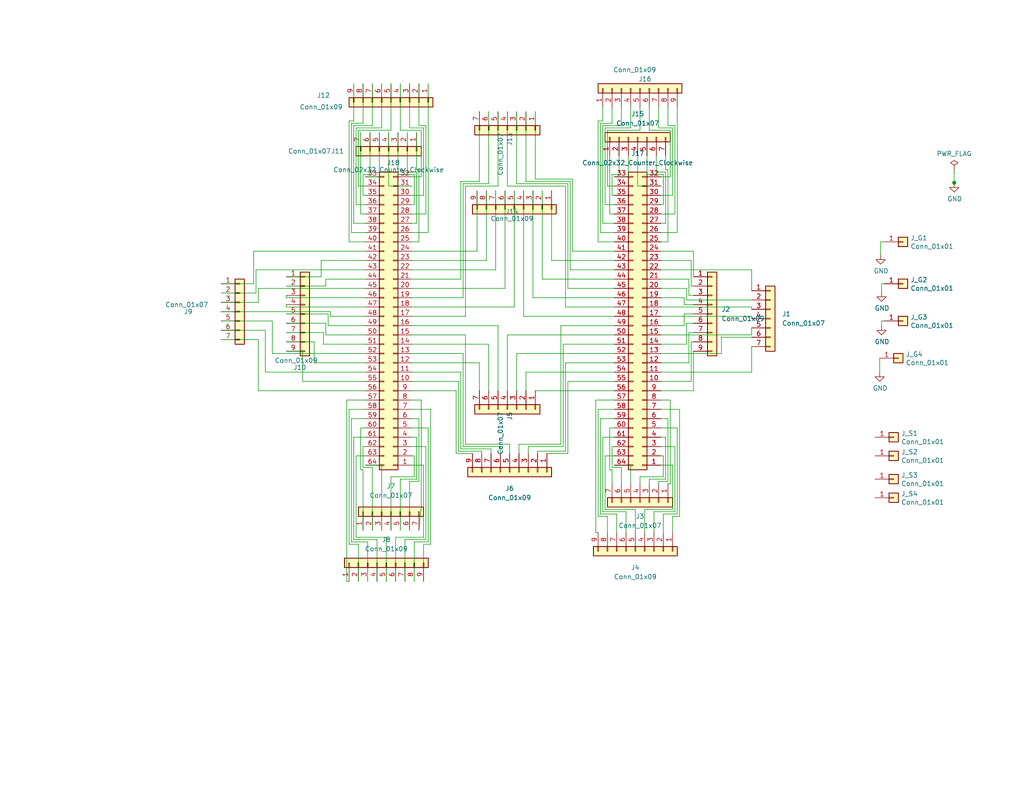
<source format=kicad_sch>
(kicad_sch (version 20230121) (generator eeschema)
  (paper "USLetter")
  (title_block (title "MEAboard_v1"))
  (lib_symbols
    (symbol "Connector_Generic:Conn_01x01" (pin_names (offset 1.016) hide)
      (property "Reference" "J" (at 0 2.54 0))
      (property "Value" "Conn_01x01" (at 0 -2.54 0))
      (symbol "Conn_01x01_1_1"
        (rectangle (start -1.27 0.127) (end 0 -0.127) (stroke (width 0.1524)))
        (rectangle (start -1.27 1.27) (end 1.27 -1.27) (stroke (width 0.254)) (fill (type background)))
        (pin passive line (at -5.08 0 0) (length 3.81) (name "Pin_1") (number "1"))
      )
    )
    (symbol "Connector_Generic:Conn_01x07" (pin_names (offset 1.016) hide)
      (property "Reference" "J" (at 0 10.16 0))
      (property "Value" "Conn_01x07" (at 0 -10.16 0))
      (symbol "Conn_01x07_1_1"
        (rectangle (start -1.27 -7.493) (end 0 -7.747) (stroke (width 0.1524)))
        (rectangle (start -1.27 -4.953) (end 0 -5.207) (stroke (width 0.1524)))
        (rectangle (start -1.27 -2.413) (end 0 -2.667) (stroke (width 0.1524)))
        (rectangle (start -1.27 0.127) (end 0 -0.127) (stroke (width 0.1524)))
        (rectangle (start -1.27 2.667) (end 0 2.413) (stroke (width 0.1524)))
        (rectangle (start -1.27 5.207) (end 0 4.953) (stroke (width 0.1524)))
        (rectangle (start -1.27 7.747) (end 0 7.493) (stroke (width 0.1524)))
        (rectangle (start -1.27 8.89) (end 1.27 -8.89) (stroke (width 0.254)) (fill (type background)))
        (pin passive line (at -5.08 7.62 0) (length 3.81) (name "Pin_1") (number "1"))
        (pin passive line (at -5.08 5.08 0) (length 3.81) (name "Pin_2") (number "2"))
        (pin passive line (at -5.08 2.54 0) (length 3.81) (name "Pin_3") (number "3"))
        (pin passive line (at -5.08 0 0) (length 3.81) (name "Pin_4") (number "4"))
        (pin passive line (at -5.08 -2.54 0) (length 3.81) (name "Pin_5") (number "5"))
        (pin passive line (at -5.08 -5.08 0) (length 3.81) (name "Pin_6") (number "6"))
        (pin passive line (at -5.08 -7.62 0) (length 3.81) (name "Pin_7") (number "7"))
      )
    )
    (symbol "Connector_Generic:Conn_01x09" (pin_names (offset 1.016) hide)
      (property "Reference" "J" (at 0 12.7 0))
      (property "Value" "Conn_01x09" (at 0 -12.7 0))
      (symbol "Conn_01x09_1_1"
        (rectangle (start -1.27 -10.033) (end 0 -10.287) (stroke (width 0.1524)))
        (rectangle (start -1.27 -7.493) (end 0 -7.747) (stroke (width 0.1524)))
        (rectangle (start -1.27 -4.953) (end 0 -5.207) (stroke (width 0.1524)))
        (rectangle (start -1.27 -2.413) (end 0 -2.667) (stroke (width 0.1524)))
        (rectangle (start -1.27 0.127) (end 0 -0.127) (stroke (width 0.1524)))
        (rectangle (start -1.27 2.667) (end 0 2.413) (stroke (width 0.1524)))
        (rectangle (start -1.27 5.207) (end 0 4.953) (stroke (width 0.1524)))
        (rectangle (start -1.27 7.747) (end 0 7.493) (stroke (width 0.1524)))
        (rectangle (start -1.27 10.287) (end 0 10.033) (stroke (width 0.1524)))
        (rectangle (start -1.27 11.43) (end 1.27 -11.43) (stroke (width 0.254)) (fill (type background)))
        (pin passive line (at -5.08 10.16 0) (length 3.81) (name "Pin_1") (number "1"))
        (pin passive line (at -5.08 7.62 0) (length 3.81) (name "Pin_2") (number "2"))
        (pin passive line (at -5.08 5.08 0) (length 3.81) (name "Pin_3") (number "3"))
        (pin passive line (at -5.08 2.54 0) (length 3.81) (name "Pin_4") (number "4"))
        (pin passive line (at -5.08 0 0) (length 3.81) (name "Pin_5") (number "5"))
        (pin passive line (at -5.08 -2.54 0) (length 3.81) (name "Pin_6") (number "6"))
        (pin passive line (at -5.08 -5.08 0) (length 3.81) (name "Pin_7") (number "7"))
        (pin passive line (at -5.08 -7.62 0) (length 3.81) (name "Pin_8") (number "8"))
        (pin passive line (at -5.08 -10.16 0) (length 3.81) (name "Pin_9") (number "9"))
      )
    )
    (symbol "Connector_Generic:Conn_02x32_Counter_Clockwise" (pin_names (offset 1.016) hide)
      (property "Reference" "J" (at 1.27 40.64 0))
      (property "Value" "Conn_02x32_Counter_Clockwise" (at 1.27 -43.18 0))
      (symbol "Conn_02x32_Counter_Clockwise_1_1"
        (rectangle (start -1.27 -40.513) (end 0 -40.767) (stroke (width 0.1524)))
        (rectangle (start -1.27 -37.973) (end 0 -38.227) (stroke (width 0.1524)))
        (rectangle (start -1.27 -35.433) (end 0 -35.687) (stroke (width 0.1524)))
        (rectangle (start -1.27 -32.893) (end 0 -33.147) (stroke (width 0.1524)))
        (rectangle (start -1.27 -30.353) (end 0 -30.607) (stroke (width 0.1524)))
        (rectangle (start -1.27 -27.813) (end 0 -28.067) (stroke (width 0.1524)))
        (rectangle (start -1.27 -25.273) (end 0 -25.527) (stroke (width 0.1524)))
        (rectangle (start -1.27 -22.733) (end 0 -22.987) (stroke (width 0.1524)))
        (rectangle (start -1.27 -20.193) (end 0 -20.447) (stroke (width 0.1524)))
        (rectangle (start -1.27 -17.653) (end 0 -17.907) (stroke (width 0.1524)))
        (rectangle (start -1.27 -15.113) (end 0 -15.367) (stroke (width 0.1524)))
        (rectangle (start -1.27 -12.573) (end 0 -12.827) (stroke (width 0.1524)))
        (rectangle (start -1.27 -10.033) (end 0 -10.287) (stroke (width 0.1524)))
        (rectangle (start -1.27 -7.493) (end 0 -7.747) (stroke (width 0.1524)))
        (rectangle (start -1.27 -4.953) (end 0 -5.207) (stroke (width 0.1524)))
        (rectangle (start -1.27 -2.413) (end 0 -2.667) (stroke (width 0.1524)))
        (rectangle (start -1.27 0.127) (end 0 -0.127) (stroke (width 0.1524)))
        (rectangle (start -1.27 2.667) (end 0 2.413) (stroke (width 0.1524)))
        (rectangle (start -1.27 5.207) (end 0 4.953) (stroke (width 0.1524)))
        (rectangle (start -1.27 7.747) (end 0 7.493) (stroke (width 0.1524)))
        (rectangle (start -1.27 10.287) (end 0 10.033) (stroke (width 0.1524)))
        (rectangle (start -1.27 12.827) (end 0 12.573) (stroke (width 0.1524)))
        (rectangle (start -1.27 15.367) (end 0 15.113) (stroke (width 0.1524)))
        (rectangle (start -1.27 17.907) (end 0 17.653) (stroke (width 0.1524)))
        (rectangle (start -1.27 20.447) (end 0 20.193) (stroke (width 0.1524)))
        (rectangle (start -1.27 22.987) (end 0 22.733) (stroke (width 0.1524)))
        (rectangle (start -1.27 25.527) (end 0 25.273) (stroke (width 0.1524)))
        (rectangle (start -1.27 28.067) (end 0 27.813) (stroke (width 0.1524)))
        (rectangle (start -1.27 30.607) (end 0 30.353) (stroke (width 0.1524)))
        (rectangle (start -1.27 33.147) (end 0 32.893) (stroke (width 0.1524)))
        (rectangle (start -1.27 35.687) (end 0 35.433) (stroke (width 0.1524)))
        (rectangle (start -1.27 38.227) (end 0 37.973) (stroke (width 0.1524)))
        (rectangle (start -1.27 39.37) (end 3.81 -41.91) (stroke (width 0.254)) (fill (type background)))
        (rectangle (start 3.81 -40.513) (end 2.54 -40.767) (stroke (width 0.1524)))
        (rectangle (start 3.81 -37.973) (end 2.54 -38.227) (stroke (width 0.1524)))
        (rectangle (start 3.81 -35.433) (end 2.54 -35.687) (stroke (width 0.1524)))
        (rectangle (start 3.81 -32.893) (end 2.54 -33.147) (stroke (width 0.1524)))
        (rectangle (start 3.81 -30.353) (end 2.54 -30.607) (stroke (width 0.1524)))
        (rectangle (start 3.81 -27.813) (end 2.54 -28.067) (stroke (width 0.1524)))
        (rectangle (start 3.81 -25.273) (end 2.54 -25.527) (stroke (width 0.1524)))
        (rectangle (start 3.81 -22.733) (end 2.54 -22.987) (stroke (width 0.1524)))
        (rectangle (start 3.81 -20.193) (end 2.54 -20.447) (stroke (width 0.1524)))
        (rectangle (start 3.81 -17.653) (end 2.54 -17.907) (stroke (width 0.1524)))
        (rectangle (start 3.81 -15.113) (end 2.54 -15.367) (stroke (width 0.1524)))
        (rectangle (start 3.81 -12.573) (end 2.54 -12.827) (stroke (width 0.1524)))
        (rectangle (start 3.81 -10.033) (end 2.54 -10.287) (stroke (width 0.1524)))
        (rectangle (start 3.81 -7.493) (end 2.54 -7.747) (stroke (width 0.1524)))
        (rectangle (start 3.81 -4.953) (end 2.54 -5.207) (stroke (width 0.1524)))
        (rectangle (start 3.81 -2.413) (end 2.54 -2.667) (stroke (width 0.1524)))
        (rectangle (start 3.81 0.127) (end 2.54 -0.127) (stroke (width 0.1524)))
        (rectangle (start 3.81 2.667) (end 2.54 2.413) (stroke (width 0.1524)))
        (rectangle (start 3.81 5.207) (end 2.54 4.953) (stroke (width 0.1524)))
        (rectangle (start 3.81 7.747) (end 2.54 7.493) (stroke (width 0.1524)))
        (rectangle (start 3.81 10.287) (end 2.54 10.033) (stroke (width 0.1524)))
        (rectangle (start 3.81 12.827) (end 2.54 12.573) (stroke (width 0.1524)))
        (rectangle (start 3.81 15.367) (end 2.54 15.113) (stroke (width 0.1524)))
        (rectangle (start 3.81 17.907) (end 2.54 17.653) (stroke (width 0.1524)))
        (rectangle (start 3.81 20.447) (end 2.54 20.193) (stroke (width 0.1524)))
        (rectangle (start 3.81 22.987) (end 2.54 22.733) (stroke (width 0.1524)))
        (rectangle (start 3.81 25.527) (end 2.54 25.273) (stroke (width 0.1524)))
        (rectangle (start 3.81 28.067) (end 2.54 27.813) (stroke (width 0.1524)))
        (rectangle (start 3.81 30.607) (end 2.54 30.353) (stroke (width 0.1524)))
        (rectangle (start 3.81 33.147) (end 2.54 32.893) (stroke (width 0.1524)))
        (rectangle (start 3.81 35.687) (end 2.54 35.433) (stroke (width 0.1524)))
        (rectangle (start 3.81 38.227) (end 2.54 37.973) (stroke (width 0.1524)))
        (pin passive line (at -5.08 38.1 0) (length 3.81) (name "Pin_1") (number "1"))
        (pin passive line (at -5.08 15.24 0) (length 3.81) (name "Pin_10") (number "10"))
        (pin passive line (at -5.08 12.7 0) (length 3.81) (name "Pin_11") (number "11"))
        (pin passive line (at -5.08 10.16 0) (length 3.81) (name "Pin_12") (number "12"))
        (pin passive line (at -5.08 7.62 0) (length 3.81) (name "Pin_13") (number "13"))
        (pin passive line (at -5.08 5.08 0) (length 3.81) (name "Pin_14") (number "14"))
        (pin passive line (at -5.08 2.54 0) (length 3.81) (name "Pin_15") (number "15"))
        (pin passive line (at -5.08 0 0) (length 3.81) (name "Pin_16") (number "16"))
        (pin passive line (at -5.08 -2.54 0) (length 3.81) (name "Pin_17") (number "17"))
        (pin passive line (at -5.08 -5.08 0) (length 3.81) (name "Pin_18") (number "18"))
        (pin passive line (at -5.08 -7.62 0) (length 3.81) (name "Pin_19") (number "19"))
        (pin passive line (at -5.08 35.56 0) (length 3.81) (name "Pin_2") (number "2"))
        (pin passive line (at -5.08 -10.16 0) (length 3.81) (name "Pin_20") (number "20"))
        (pin passive line (at -5.08 -12.7 0) (length 3.81) (name "Pin_21") (number "21"))
        (pin passive line (at -5.08 -15.24 0) (length 3.81) (name "Pin_22") (number "22"))
        (pin passive line (at -5.08 -17.78 0) (length 3.81) (name "Pin_23") (number "23"))
        (pin passive line (at -5.08 -20.32 0) (length 3.81) (name "Pin_24") (number "24"))
        (pin passive line (at -5.08 -22.86 0) (length 3.81) (name "Pin_25") (number "25"))
        (pin passive line (at -5.08 -25.4 0) (length 3.81) (name "Pin_26") (number "26"))
        (pin passive line (at -5.08 -27.94 0) (length 3.81) (name "Pin_27") (number "27"))
        (pin passive line (at -5.08 -30.48 0) (length 3.81) (name "Pin_28") (number "28"))
        (pin passive line (at -5.08 -33.02 0) (length 3.81) (name "Pin_29") (number "29"))
        (pin passive line (at -5.08 33.02 0) (length 3.81) (name "Pin_3") (number "3"))
        (pin passive line (at -5.08 -35.56 0) (length 3.81) (name "Pin_30") (number "30"))
        (pin passive line (at -5.08 -38.1 0) (length 3.81) (name "Pin_31") (number "31"))
        (pin passive line (at -5.08 -40.64 0) (length 3.81) (name "Pin_32") (number "32"))
        (pin passive line (at 7.62 -40.64 180) (length 3.81) (name "Pin_33") (number "33"))
        (pin passive line (at 7.62 -38.1 180) (length 3.81) (name "Pin_34") (number "34"))
        (pin passive line (at 7.62 -35.56 180) (length 3.81) (name "Pin_35") (number "35"))
        (pin passive line (at 7.62 -33.02 180) (length 3.81) (name "Pin_36") (number "36"))
        (pin passive line (at 7.62 -30.48 180) (length 3.81) (name "Pin_37") (number "37"))
        (pin passive line (at 7.62 -27.94 180) (length 3.81) (name "Pin_38") (number "38"))
        (pin passive line (at 7.62 -25.4 180) (length 3.81) (name "Pin_39") (number "39"))
        (pin passive line (at -5.08 30.48 0) (length 3.81) (name "Pin_4") (number "4"))
        (pin passive line (at 7.62 -22.86 180) (length 3.81) (name "Pin_40") (number "40"))
        (pin passive line (at 7.62 -20.32 180) (length 3.81) (name "Pin_41") (number "41"))
        (pin passive line (at 7.62 -17.78 180) (length 3.81) (name "Pin_42") (number "42"))
        (pin passive line (at 7.62 -15.24 180) (length 3.81) (name "Pin_43") (number "43"))
        (pin passive line (at 7.62 -12.7 180) (length 3.81) (name "Pin_44") (number "44"))
        (pin passive line (at 7.62 -10.16 180) (length 3.81) (name "Pin_45") (number "45"))
        (pin passive line (at 7.62 -7.62 180) (length 3.81) (name "Pin_46") (number "46"))
        (pin passive line (at 7.62 -5.08 180) (length 3.81) (name "Pin_47") (number "47"))
        (pin passive line (at 7.62 -2.54 180) (length 3.81) (name "Pin_48") (number "48"))
        (pin passive line (at 7.62 0 180) (length 3.81) (name "Pin_49") (number "49"))
        (pin passive line (at -5.08 27.94 0) (length 3.81) (name "Pin_5") (number "5"))
        (pin passive line (at 7.62 2.54 180) (length 3.81) (name "Pin_50") (number "50"))
        (pin passive line (at 7.62 5.08 180) (length 3.81) (name "Pin_51") (number "51"))
        (pin passive line (at 7.62 7.62 180) (length 3.81) (name "Pin_52") (number "52"))
        (pin passive line (at 7.62 10.16 180) (length 3.81) (name "Pin_53") (number "53"))
        (pin passive line (at 7.62 12.7 180) (length 3.81) (name "Pin_54") (number "54"))
        (pin passive line (at 7.62 15.24 180) (length 3.81) (name "Pin_55") (number "55"))
        (pin passive line (at 7.62 17.78 180) (length 3.81) (name "Pin_56") (number "56"))
        (pin passive line (at 7.62 20.32 180) (length 3.81) (name "Pin_57") (number "57"))
        (pin passive line (at 7.62 22.86 180) (length 3.81) (name "Pin_58") (number "58"))
        (pin passive line (at 7.62 25.4 180) (length 3.81) (name "Pin_59") (number "59"))
        (pin passive line (at -5.08 25.4 0) (length 3.81) (name "Pin_6") (number "6"))
        (pin passive line (at 7.62 27.94 180) (length 3.81) (name "Pin_60") (number "60"))
        (pin passive line (at 7.62 30.48 180) (length 3.81) (name "Pin_61") (number "61"))
        (pin passive line (at 7.62 33.02 180) (length 3.81) (name "Pin_62") (number "62"))
        (pin passive line (at 7.62 35.56 180) (length 3.81) (name "Pin_63") (number "63"))
        (pin passive line (at 7.62 38.1 180) (length 3.81) (name "Pin_64") (number "64"))
        (pin passive line (at -5.08 22.86 0) (length 3.81) (name "Pin_7") (number "7"))
        (pin passive line (at -5.08 20.32 0) (length 3.81) (name "Pin_8") (number "8"))
        (pin passive line (at -5.08 17.78 0) (length 3.81) (name "Pin_9") (number "9"))
      )
    )
    (symbol "power:GND" (power) (pin_names (offset 0))
      (property "Value" "GND" (at 0 -3.81 0))
      (symbol "GND_0_1"
        (polyline (pts (xy 0 0) (xy 0 -1.27) (xy 1.27 -1.27) (xy 0 -2.54) (xy -1.27 -1.27) (xy 0 -1.27)))
      )
      (symbol "GND_1_1"
        (pin power_in line (at 0 0 270) (length 0) hide (name "GND") (number "1"))
      )
    )
    (symbol "power:PWR_FLAG" (power) (pin_numbers hide) (pin_names (offset 0) hide)
      (property "Value" "PWR_FLAG" (at 0 3.81 0))
      (symbol "PWR_FLAG_0_0"
        (pin power_out line (at 0 0 90) (length 0) (name "pwr") (number "1"))
      )
      (symbol "PWR_FLAG_0_1"
        (polyline (pts (xy 0 0) (xy 0 1.27) (xy -1.016 1.905) (xy 0 2.54) (xy 1.016 1.905) (xy 0 1.27)))
      )
    )
  )
  (junction (at 260.35 49.911))
  (wire (pts (xy 167.005 53.34) (xy 167.64 53.34)))
  (wire (pts (xy 146.05 48.895) (xy 156.21 48.895)))
  (wire (pts (xy 142.875 86.36) (xy 142.875 52.07)))
  (wire (pts (xy 97.155 124.46) (xy 99.695 124.46)))
  (wire (pts (xy 89.535 88.9) (xy 99.695 88.9)))
  (wire (pts (xy 110.49 158.75) (xy 110.49 147.32)))
  (wire (pts (xy 115.57 148.59) (xy 117.475 148.59)))
  (wire (pts (xy 183.515 34.925) (xy 179.705 34.925)))
  (wire (pts (xy 112.395 86.36) (xy 127 86.36)))
  (wire (pts (xy 167.005 128.27) (xy 166.37 128.27)))
  (wire (pts (xy 112.395 104.14) (xy 125.095 104.14)))
  (wire (pts (xy 184.785 29.21) (xy 184.785 63.5)))
  (wire (pts (xy 144.145 121.92) (xy 144.145 123.825)))
  (wire (pts (xy 183.515 139.065) (xy 183.515 127)))
  (wire (pts (xy 174.625 35.56) (xy 165.735 35.56)))
  (wire (pts (xy 183.515 53.34) (xy 183.515 34.925)))
  (wire (pts (xy 180.34 53.34) (xy 183.515 53.34)))
  (wire (pts (xy 173.99 50.8) (xy 180.34 50.8)))
  (wire (pts (xy 115.57 127) (xy 112.395 127)))
  (wire (pts (xy 170.815 139.7) (xy 164.465 139.7)))
  (wire (pts (xy 74.295 87.63) (xy 74.295 96.52)))
  (wire (pts (xy 163.195 33.02) (xy 163.195 66.04)))
  (wire (pts (xy 78.105 83.185) (xy 78.105 83.82)))
  (wire (pts (xy 111.76 144.78) (xy 111.76 131.445)))
  (wire (pts (xy 184.15 139.7) (xy 184.15 121.92)))
  (wire (pts (xy 163.83 114.3) (xy 167.64 114.3)))
  (wire (pts (xy 180.34 96.52) (xy 196.85 96.52)))
  (wire (pts (xy 174.625 29.21) (xy 174.625 35.56)))
  (wire (pts (xy 184.785 140.335) (xy 180.975 140.335)))
  (wire (pts (xy 97.79 148.59) (xy 95.25 148.59)))
  (wire (pts (xy 180.34 76.2) (xy 187.96 76.2)))
  (wire (pts (xy 140.97 106.68) (xy 140.97 96.52)))
  (wire (pts (xy 140.97 96.52) (xy 167.64 96.52)))
  (wire (pts (xy 260.35 46.355) (xy 260.35 49.911)))
  (wire (pts (xy 241.3 77.47) (xy 240.538 77.47)))
  (wire (pts (xy 114.3 114.3) (xy 112.395 114.3)))
  (wire (pts (xy 164.465 29.21) (xy 164.465 33.02)))
  (wire (pts (xy 182.245 34.29) (xy 184.15 34.29)))
  (wire (pts (xy 85.725 93.345) (xy 85.725 99.06)))
  (wire (pts (xy 185.42 111.76) (xy 180.34 111.76)))
  (wire (pts (xy 106.68 130.175) (xy 113.03 130.175)))
  (wire (pts (xy 108.585 47.625) (xy 113.03 47.625)))
  (wire (pts (xy 155.575 49.53) (xy 143.51 49.53)))
  (wire (pts (xy 112.395 60.96) (xy 113.665 60.96)))
  (wire (pts (xy 115.57 34.925) (xy 111.76 34.925)))
  (wire (pts (xy 112.395 71.12) (xy 132.715 71.12)))
  (wire (pts (xy 184.785 116.84) (xy 184.785 140.335)))
  (wire (pts (xy 205.105 86.36) (xy 205.105 86.995)))
  (wire (pts (xy 143.51 101.6) (xy 167.64 101.6)))
  (wire (pts (xy 94.615 109.22) (xy 94.615 158.75)))
  (wire (pts (xy 167.005 47.625) (xy 167.005 53.34)))
  (wire (pts (xy 112.395 93.98) (xy 133.35 93.98)))
  (wire (pts (xy 182.88 35.56) (xy 182.88 48.26)))
  (wire (pts (xy 180.975 130.175) (xy 180.975 124.46)))
  (wire (pts (xy 183.515 140.97) (xy 185.42 140.97)))
  (wire (pts (xy 167.64 109.22) (xy 162.56 109.22)))
  (wire (pts (xy 100.965 36.195) (xy 100.965 47.625)))
  (wire (pts (xy 107.95 158.75) (xy 107.95 146.685)))
  (wire (pts (xy 109.22 35.56) (xy 114.935 35.56)))
  (wire (pts (xy 163.195 111.76) (xy 167.64 111.76)))
  (wire (pts (xy 240.284 66.04) (xy 240.284 69.596)))
  (wire (pts (xy 137.795 78.74) (xy 137.795 52.07)))
  (wire (pts (xy 167.64 55.88) (xy 165.1 55.88)))
  (wire (pts (xy 167.005 121.92) (xy 167.64 121.92)))
  (wire (pts (xy 164.465 60.96) (xy 167.64 60.96)))
  (wire (pts (xy 97.79 35.56) (xy 97.79 50.8)))
  (wire (pts (xy 125.095 123.19) (xy 131.445 123.19)))
  (wire (pts (xy 130.81 49.53) (xy 130.81 30.48)))
  (wire (pts (xy 97.79 158.75) (xy 97.79 148.59)))
  (wire (pts (xy 177.165 130.81) (xy 181.61 130.81)))
  (wire (pts (xy 124.46 106.68) (xy 112.395 106.68)))
  (wire (pts (xy 98.425 116.84) (xy 99.695 116.84)))
  (wire (pts (xy 165.735 50.8) (xy 167.64 50.8)))
  (wire (pts (xy 140.97 30.48) (xy 140.97 50.165)))
  (wire (pts (xy 114.3 46.355) (xy 114.3 66.04)))
  (wire (pts (xy 172.085 127) (xy 167.64 127)))
  (wire (pts (xy 138.43 30.48) (xy 138.43 50.8)))
  (wire (pts (xy 113.03 130.175) (xy 113.03 124.46)))
  (wire (pts (xy 154.94 123.825) (xy 149.225 123.825)))
  (wire (pts (xy 183.515 145.415) (xy 183.515 140.97)))
  (wire (pts (xy 82.55 104.14) (xy 99.695 104.14)))
  (wire (pts (xy 101.6 22.86) (xy 101.6 34.29)))
  (wire (pts (xy 112.395 53.34) (xy 115.57 53.34)))
  (wire (pts (xy 186.69 88.9) (xy 180.34 88.9)))
  (wire (pts (xy 154.94 78.74) (xy 167.64 78.74)))
  (wire (pts (xy 95.885 114.3) (xy 99.695 114.3)))
  (wire (pts (xy 111.76 34.925) (xy 111.76 22.86)))
  (wire (pts (xy 74.295 96.52) (xy 99.695 96.52)))
  (wire (pts (xy 153.035 88.9) (xy 167.64 88.9)))
  (wire (pts (xy 125.73 49.53) (xy 130.81 49.53)))
  (wire (pts (xy 112.395 78.74) (xy 137.795 78.74)))
  (wire (pts (xy 163.83 63.5) (xy 163.83 33.655)))
  (wire (pts (xy 113.03 55.88) (xy 112.395 55.88)))
  (wire (pts (xy 156.21 68.58) (xy 167.64 68.58)))
  (wire (pts (xy 87.63 75.565) (xy 78.105 75.565)))
  (wire (pts (xy 72.39 101.6) (xy 72.39 90.17)))
  (wire (pts (xy 106.045 50.8) (xy 112.395 50.8)))
  (wire (pts (xy 188.595 93.345) (xy 189.23 93.345)))
  (wire (pts (xy 114.935 109.22) (xy 114.935 138.43)))
  (wire (pts (xy 99.06 127.635) (xy 99.06 121.92)))
  (wire (pts (xy 60.325 87.63) (xy 74.295 87.63)))
  (wire (pts (xy 182.245 131.445) (xy 182.245 114.3)))
  (wire (pts (xy 112.395 99.06) (xy 130.81 99.06)))
  (wire (pts (xy 99.06 121.92) (xy 99.695 121.92)))
  (wire (pts (xy 116.84 147.955) (xy 113.03 147.955)))
  (wire (pts (xy 169.545 34.29) (xy 164.465 34.29)))
  (wire (pts (xy 99.695 55.88) (xy 97.155 55.88)))
  (wire (pts (xy 146.685 123.19) (xy 146.685 123.825)))
  (wire (pts (xy 173.355 139.065) (xy 165.1 139.065)))
  (wire (pts (xy 163.83 140.335) (xy 163.83 114.3)))
  (wire (pts (xy 205.105 89.535) (xy 205.105 91.44)))
  (wire (pts (xy 173.99 42.545) (xy 173.99 50.8)))
  (wire (pts (xy 173.355 145.415) (xy 173.355 139.065)))
  (wire (pts (xy 179.07 46.99) (xy 181.61 46.99)))
  (wire (pts (xy 241.3 87.63) (xy 240.538 87.63)))
  (wire (pts (xy 113.665 46.99) (xy 113.665 60.96)))
  (wire (pts (xy 101.6 144.78) (xy 101.6 127.635)))
  (wire (pts (xy 182.88 132.08) (xy 182.245 132.08)))
  (wire (pts (xy 165.735 145.415) (xy 165.735 140.97)))
  (wire (pts (xy 154.305 83.82) (xy 167.64 83.82)))
  (wire (pts (xy 97.79 50.8) (xy 99.695 50.8)))
  (wire (pts (xy 176.53 47.625) (xy 180.975 47.625)))
  (wire (pts (xy 187.96 76.2) (xy 187.96 80.645)))
  (wire (pts (xy 177.165 35.56) (xy 182.88 35.56)))
  (wire (pts (xy 167.64 71.12) (xy 150.495 71.12)))
  (wire (pts (xy 181.61 46.99) (xy 181.61 60.96)))
  (wire (pts (xy 99.695 63.5) (xy 95.885 63.5)))
  (wire (pts (xy 106.68 22.86) (xy 106.68 35.56)))
  (wire (pts (xy 240.538 87.63) (xy 240.538 88.9)))
  (wire (pts (xy 180.34 78.74) (xy 187.325 78.74)))
  (wire (pts (xy 114.3 34.29) (xy 116.205 34.29)))
  (wire (pts (xy 184.15 121.92) (xy 180.34 121.92)))
  (wire (pts (xy 182.245 66.04) (xy 180.34 66.04)))
  (wire (pts (xy 167.64 73.66) (xy 155.575 73.66)))
  (wire (pts (xy 187.96 90.805) (xy 189.23 90.805)))
  (wire (pts (xy 144.145 121.92) (xy 153.67 121.92)))
  (wire (pts (xy 95.25 148.59) (xy 95.25 111.76)))
  (wire (pts (xy 172.085 132.08) (xy 172.085 127)))
  (wire (pts (xy 135.89 50.8) (xy 135.89 30.48)))
  (wire (pts (xy 109.22 22.86) (xy 109.22 35.56)))
  (wire (pts (xy 115.57 158.75) (xy 115.57 148.59)))
  (wire (pts (xy 180.34 60.96) (xy 181.61 60.96)))
  (wire (pts (xy 98.425 36.195) (xy 98.425 58.42)))
  (wire (pts (xy 69.85 80.01) (xy 69.85 73.66)))
  (wire (pts (xy 167.64 81.28) (xy 145.415 81.28)))
  (wire (pts (xy 187.325 93.98) (xy 180.34 93.98)))
  (wire (pts (xy 96.52 33.02) (xy 95.25 33.02)))
  (wire (pts (xy 180.975 124.46) (xy 180.34 124.46)))
  (wire (pts (xy 95.885 147.955) (xy 95.885 114.3)))
  (wire (pts (xy 179.705 132.08) (xy 179.705 131.445)))
  (wire (pts (xy 136.525 121.92) (xy 136.525 123.825)))
  (wire (pts (xy 100.965 47.625) (xy 99.06 47.625)))
  (wire (pts (xy 150.495 71.12) (xy 150.495 52.07)))
  (wire (pts (xy 188.595 93.345) (xy 188.595 104.14)))
  (wire (pts (xy 126.365 121.92) (xy 136.525 121.92)))
  (wire (pts (xy 96.52 119.38) (xy 99.695 119.38)))
  (wire (pts (xy 99.695 78.74) (xy 70.485 78.74)))
  (wire (pts (xy 180.34 68.58) (xy 189.23 68.58)))
  (wire (pts (xy 113.03 47.625) (xy 113.03 55.88)))
  (wire (pts (xy 168.275 145.415) (xy 168.275 140.335)))
  (wire (pts (xy 182.245 29.21) (xy 182.245 34.29)))
  (wire (pts (xy 127 50.8) (xy 135.89 50.8)))
  (wire (pts (xy 88.9 91.44) (xy 99.695 91.44)))
  (wire (pts (xy 96.52 22.86) (xy 96.52 33.02)))
  (wire (pts (xy 127 91.44) (xy 112.395 91.44)))
  (wire (pts (xy 154.94 104.14) (xy 154.94 123.825)))
  (wire (pts (xy 188.595 78.105) (xy 189.23 78.105)))
  (wire (pts (xy 130.175 68.58) (xy 130.175 52.07)))
  (wire (pts (xy 60.325 80.01) (xy 69.85 80.01)))
  (wire (pts (xy 78.105 81.28) (xy 99.695 81.28)))
  (wire (pts (xy 102.87 147.32) (xy 96.52 147.32)))
  (wire (pts (xy 126.365 50.165) (xy 133.35 50.165)))
  (wire (pts (xy 112.395 116.84) (xy 116.84 116.84)))
  (wire (pts (xy 124.46 123.825) (xy 128.905 123.825)))
  (wire (pts (xy 88.9 76.2) (xy 99.695 76.2)))
  (wire (pts (xy 163.195 140.97) (xy 163.195 111.76)))
  (wire (pts (xy 125.73 101.6) (xy 125.73 122.555)))
  (wire (pts (xy 184.15 34.29) (xy 184.15 58.42)))
  (wire (pts (xy 162.56 145.415) (xy 163.195 145.415)))
  (wire (pts (xy 69.85 73.66) (xy 99.695 73.66)))
  (wire (pts (xy 185.42 140.97) (xy 185.42 111.76)))
  (wire (pts (xy 176.53 42.545) (xy 176.53 47.625)))
  (wire (pts (xy 109.22 130.81) (xy 113.665 130.81)))
  (wire (pts (xy 78.105 80.645) (xy 78.105 81.28)))
  (wire (pts (xy 166.37 128.27) (xy 166.37 116.84)))
  (wire (pts (xy 97.155 146.685) (xy 97.155 124.46)))
  (wire (pts (xy 114.3 131.445) (xy 114.3 114.3)))
  (wire (pts (xy 139.065 121.285) (xy 139.065 123.825)))
  (wire (pts (xy 72.39 90.17) (xy 60.325 90.17)))
  (wire (pts (xy 114.3 144.78) (xy 114.935 138.43)))
  (wire (pts (xy 88.9 78.105) (xy 88.9 76.2)))
  (wire (pts (xy 182.245 114.3) (xy 180.34 114.3)))
  (wire (pts (xy 112.395 88.9) (xy 135.89 88.9)))
  (wire (pts (xy 98.425 58.42) (xy 99.695 58.42)))
  (wire (pts (xy 99.06 53.34) (xy 99.695 53.34)))
  (wire (pts (xy 179.705 131.445) (xy 182.245 131.445)))
  (wire (pts (xy 70.485 82.55) (xy 60.325 82.55)))
  (wire (pts (xy 164.465 34.29) (xy 164.465 60.96)))
  (wire (pts (xy 78.105 85.725) (xy 89.535 85.725)))
  (wire (pts (xy 143.51 49.53) (xy 143.51 30.48)))
  (wire (pts (xy 154.94 104.14) (xy 167.64 104.14)))
  (wire (pts (xy 125.73 101.6) (xy 112.395 101.6)))
  (wire (pts (xy 142.875 86.36) (xy 167.64 86.36)))
  (wire (pts (xy 127 121.285) (xy 139.065 121.285)))
  (wire (pts (xy 182.88 48.26) (xy 180.34 48.26)))
  (wire (pts (xy 164.465 33.02) (xy 163.195 33.02)))
  (wire (pts (xy 97.155 55.88) (xy 97.155 34.925)))
  (wire (pts (xy 90.17 85.09) (xy 60.325 85.09)))
  (wire (pts (xy 240.538 77.47) (xy 240.538 79.756)))
  (wire (pts (xy 189.23 106.68) (xy 189.23 95.885)))
  (wire (pts (xy 95.885 63.5) (xy 95.885 33.655)))
  (wire (pts (xy 131.445 123.19) (xy 131.445 123.825)))
  (wire (pts (xy 241.3 66.04) (xy 240.284 66.04)))
  (wire (pts (xy 153.035 121.285) (xy 153.035 88.9)))
  (wire (pts (xy 187.96 90.805) (xy 187.96 99.06)))
  (wire (pts (xy 70.485 78.74) (xy 70.485 82.55)))
  (wire (pts (xy 100.33 147.955) (xy 95.885 147.955)))
  (wire (pts (xy 146.05 30.48) (xy 146.05 48.895)))
  (wire (pts (xy 78.105 90.805) (xy 88.265 90.805)))
  (wire (pts (xy 96.52 147.32) (xy 96.52 119.38)))
  (wire (pts (xy 138.43 106.68) (xy 138.43 91.44)))
  (wire (pts (xy 205.105 101.6) (xy 205.105 94.615)))
  (wire (pts (xy 125.73 49.53) (xy 125.73 76.2)))
  (wire (pts (xy 167.005 132.08) (xy 167.005 128.27)))
  (wire (pts (xy 140.97 50.165) (xy 154.94 50.165)))
  (wire (pts (xy 164.465 119.38) (xy 167.64 119.38)))
  (wire (pts (xy 180.34 83.82) (xy 205.105 83.82)))
  (wire (pts (xy 180.975 55.88) (xy 180.34 55.88)))
  (wire (pts (xy 181.61 46.355) (xy 182.245 46.355)))
  (wire (pts (xy 95.885 33.655) (xy 99.06 33.655)))
  (wire (pts (xy 106.68 144.78) (xy 106.68 130.175)))
  (wire (pts (xy 205.105 83.82) (xy 205.105 84.455)))
  (wire (pts (xy 101.6 34.29) (xy 96.52 34.29)))
  (wire (pts (xy 162.56 109.22) (xy 162.56 145.415)))
  (wire (pts (xy 141.605 121.285) (xy 153.035 121.285)))
  (wire (pts (xy 179.07 42.545) (xy 179.07 46.99)))
  (wire (pts (xy 138.43 91.44) (xy 167.64 91.44)))
  (wire (pts (xy 168.91 47.625) (xy 167.005 47.625)))
  (wire (pts (xy 112.395 68.58) (xy 130.175 68.58)))
  (wire (pts (xy 116.84 116.84) (xy 116.84 147.955)))
  (wire (pts (xy 146.05 106.68) (xy 167.64 106.68)))
  (wire (pts (xy 116.205 121.92) (xy 112.395 121.92)))
  (wire (pts (xy 114.935 109.22) (xy 112.395 109.22)))
  (wire (pts (xy 168.275 140.335) (xy 163.83 140.335)))
  (wire (pts (xy 125.73 122.555) (xy 133.985 122.555)))
  (wire (pts (xy 116.205 34.29) (xy 116.205 58.42)))
  (wire (pts (xy 260.35 49.911) (xy 260.35 50.165)))
  (wire (pts (xy 115.57 53.34) (xy 115.57 34.925)))
  (wire (pts (xy 60.325 92.71) (xy 70.485 92.71)))
  (wire (pts (xy 183.515 127) (xy 180.34 127)))
  (wire (pts (xy 99.06 128.27) (xy 98.425 128.27)))
  (wire (pts (xy 112.395 73.66) (xy 135.255 73.66)))
  (wire (pts (xy 189.23 68.58) (xy 189.23 75.565)))
  (wire (pts (xy 111.76 131.445) (xy 114.3 131.445)))
  (wire (pts (xy 143.51 106.68) (xy 143.51 101.6)))
  (wire (pts (xy 180.975 140.335) (xy 180.975 145.415)))
  (wire (pts (xy 78.105 83.82) (xy 99.695 83.82)))
  (wire (pts (xy 165.735 35.56) (xy 165.735 50.8)))
  (wire (pts (xy 95.25 66.04) (xy 99.695 66.04)))
  (wire (pts (xy 114.3 66.04) (xy 112.395 66.04)))
  (wire (pts (xy 167.64 63.5) (xy 163.83 63.5)))
  (wire (pts (xy 187.96 99.06) (xy 180.34 99.06)))
  (wire (pts (xy 240.03 97.79) (xy 240.03 101.6)))
  (wire (pts (xy 177.165 132.08) (xy 177.165 130.81)))
  (wire (pts (xy 205.105 73.66) (xy 205.105 79.375)))
  (wire (pts (xy 82.55 95.885) (xy 82.55 104.14)))
  (wire (pts (xy 89.535 85.725) (xy 89.535 88.9)))
  (wire (pts (xy 147.955 76.2) (xy 147.955 52.07)))
  (wire (pts (xy 170.815 145.415) (xy 170.815 139.7)))
  (wire (pts (xy 165.735 140.97) (xy 163.195 140.97)))
  (wire (pts (xy 96.52 34.29) (xy 96.52 60.96)))
  (wire (pts (xy 114.935 48.26) (xy 112.395 48.26)))
  (wire (pts (xy 169.545 132.08) (xy 169.545 127.635)))
  (wire (pts (xy 60.325 77.47) (xy 69.215 77.47)))
  (wire (pts (xy 116.84 22.86) (xy 116.84 63.5)))
  (wire (pts (xy 130.81 99.06) (xy 130.81 106.68)))
  (wire (pts (xy 154.305 50.8) (xy 154.305 83.82)))
  (wire (pts (xy 113.665 119.38) (xy 112.395 119.38)))
  (wire (pts (xy 140.335 83.82) (xy 140.335 52.07)))
  (wire (pts (xy 167.64 76.2) (xy 147.955 76.2)))
  (wire (pts (xy 184.15 58.42) (xy 180.34 58.42)))
  (wire (pts (xy 132.715 71.12) (xy 132.715 52.07)))
  (wire (pts (xy 112.395 63.5) (xy 116.84 63.5)))
  (wire (pts (xy 163.195 66.04) (xy 167.64 66.04)))
  (wire (pts (xy 106.68 35.56) (xy 97.79 35.56)))
  (wire (pts (xy 87.63 71.12) (xy 99.695 71.12)))
  (wire (pts (xy 117.475 148.59) (xy 117.475 111.76)))
  (wire (pts (xy 85.725 99.06) (xy 99.695 99.06)))
  (wire (pts (xy 114.935 35.56) (xy 114.935 48.26)))
  (wire (pts (xy 70.485 106.68) (xy 99.695 106.68)))
  (wire (pts (xy 205.105 92.075) (xy 196.85 92.075)))
  (wire (pts (xy 135.89 88.9) (xy 135.89 106.68)))
  (wire (pts (xy 70.485 92.71) (xy 70.485 106.68)))
  (wire (pts (xy 117.475 111.76) (xy 112.395 111.76)))
  (wire (pts (xy 116.205 147.32) (xy 116.205 121.92)))
  (wire (pts (xy 97.155 34.925) (xy 104.14 34.925)))
  (wire (pts (xy 166.37 116.84) (xy 167.64 116.84)))
  (wire (pts (xy 155.575 73.66) (xy 155.575 49.53)))
  (wire (pts (xy 99.695 101.6) (xy 72.39 101.6)))
  (wire (pts (xy 165.1 124.46) (xy 167.64 124.46)))
  (wire (pts (xy 180.34 63.5) (xy 184.785 63.5)))
  (wire (pts (xy 166.37 42.545) (xy 166.37 58.42)))
  (wire (pts (xy 124.46 106.68) (xy 124.46 123.825)))
  (wire (pts (xy 125.73 76.2) (xy 112.395 76.2)))
  (wire (pts (xy 95.25 111.76) (xy 99.695 111.76)))
  (wire (pts (xy 175.895 145.415) (xy 175.895 139.065)))
  (wire (pts (xy 163.83 33.655) (xy 167.005 33.655)))
  (wire (pts (xy 135.255 73.66) (xy 135.255 52.07)))
  (wire (pts (xy 180.34 86.36) (xy 205.105 86.36)))
  (wire (pts (xy 166.37 58.42) (xy 167.64 58.42)))
  (wire (pts (xy 174.625 130.175) (xy 180.975 130.175)))
  (wire (pts (xy 87.63 75.565) (xy 87.63 71.12)))
  (wire (pts (xy 106.045 36.195) (xy 106.045 50.8)))
  (wire (pts (xy 69.215 68.58) (xy 99.695 68.58)))
  (wire (pts (xy 105.41 158.75) (xy 105.41 146.685)))
  (wire (pts (xy 103.505 48.26) (xy 99.695 48.26)))
  (wire (pts (xy 113.03 124.46) (xy 112.395 124.46)))
  (wire (pts (xy 169.545 29.21) (xy 169.545 34.29)))
  (wire (pts (xy 99.06 33.655) (xy 99.06 22.86)))
  (wire (pts (xy 177.165 29.21) (xy 177.165 35.56)))
  (wire (pts (xy 180.34 71.12) (xy 188.595 71.12)))
  (wire (pts (xy 164.465 139.7) (xy 164.465 119.38)))
  (wire (pts (xy 99.695 109.22) (xy 94.615 109.22)))
  (wire (pts (xy 187.96 80.645) (xy 189.23 80.645)))
  (wire (pts (xy 180.34 73.66) (xy 205.105 73.66)))
  (wire (pts (xy 179.705 34.925) (xy 179.705 29.21)))
  (wire (pts (xy 187.325 88.265) (xy 189.23 88.265)))
  (wire (pts (xy 188.595 104.14) (xy 180.34 104.14)))
  (wire (pts (xy 78.105 93.345) (xy 85.725 93.345)))
  (wire (pts (xy 186.69 83.185) (xy 189.23 83.185)))
  (wire (pts (xy 154.305 99.06) (xy 167.64 99.06)))
  (wire (pts (xy 104.14 34.925) (xy 104.14 22.86)))
  (wire (pts (xy 154.305 123.19) (xy 154.305 99.06)))
  (wire (pts (xy 180.34 106.68) (xy 189.23 106.68)))
  (wire (pts (xy 112.395 83.82) (xy 140.335 83.82)))
  (wire (pts (xy 169.545 127.635) (xy 167.005 127.635)))
  (wire (pts (xy 90.17 86.36) (xy 99.695 86.36)))
  (wire (pts (xy 181.61 42.545) (xy 181.61 46.355)))
  (wire (pts (xy 187.325 78.74) (xy 187.325 81.915)))
  (wire (pts (xy 115.57 146.685) (xy 115.57 127)))
  (wire (pts (xy 127 86.36) (xy 127 50.8)))
  (wire (pts (xy 99.06 144.78) (xy 99.06 128.27)))
  (wire (pts (xy 78.105 88.265) (xy 88.9 88.265)))
  (wire (pts (xy 171.45 48.26) (xy 167.64 48.26)))
  (wire (pts (xy 113.665 36.195) (xy 113.665 46.355)))
  (wire (pts (xy 146.685 123.19) (xy 154.305 123.19)))
  (wire (pts (xy 156.21 48.895) (xy 156.21 68.58)))
  (wire (pts (xy 141.605 121.285) (xy 141.605 123.825)))
  (wire (pts (xy 88.265 93.98) (xy 99.695 93.98)))
  (wire (pts (xy 78.105 78.105) (xy 88.9 78.105)))
  (wire (pts (xy 165.1 55.88) (xy 165.1 34.925)))
  (wire (pts (xy 126.365 81.28) (xy 126.365 50.165)))
  (wire (pts (xy 196.85 92.075) (xy 196.85 96.52)))
  (wire (pts (xy 96.52 60.96) (xy 99.695 60.96)))
  (wire (pts (xy 181.61 130.81) (xy 181.61 119.38)))
  (wire (pts (xy 112.395 81.28) (xy 126.365 81.28)))
  (wire (pts (xy 103.505 36.195) (xy 103.505 48.26)))
  (wire (pts (xy 98.425 128.27) (xy 98.425 116.84)))
  (wire (pts (xy 101.6 127.635) (xy 99.06 127.635)))
  (wire (pts (xy 145.415 81.28) (xy 145.415 52.07)))
  (wire (pts (xy 188.595 71.12) (xy 188.595 78.105)))
  (wire (pts (xy 167.005 33.655) (xy 167.005 29.21)))
  (wire (pts (xy 182.88 109.22) (xy 180.34 109.22)))
  (wire (pts (xy 113.665 46.355) (xy 114.3 46.355)))
  (wire (pts (xy 94.615 158.75) (xy 95.25 158.75)))
  (wire (pts (xy 127 91.44) (xy 127 121.285)))
  (wire (pts (xy 107.95 146.685) (xy 115.57 146.685)))
  (wire (pts (xy 90.17 85.09) (xy 90.17 86.36)))
  (wire (pts (xy 109.22 144.78) (xy 109.22 130.81)))
  (wire (pts (xy 125.095 104.14) (xy 125.095 123.19)))
  (wire (pts (xy 104.14 127) (xy 99.695 127)))
  (wire (pts (xy 78.105 95.885) (xy 82.55 95.885)))
  (wire (pts (xy 187.325 88.265) (xy 187.325 93.98)))
  (wire (pts (xy 181.61 119.38) (xy 180.34 119.38)))
  (wire (pts (xy 154.94 50.165) (xy 154.94 78.74)))
  (wire (pts (xy 186.69 81.28) (xy 180.34 81.28)))
  (wire (pts (xy 133.35 93.98) (xy 133.35 106.68)))
  (wire (pts (xy 153.67 121.92) (xy 153.67 93.98)))
  (wire (pts (xy 180.34 101.6) (xy 205.105 101.6)))
  (wire (pts (xy 126.365 96.52) (xy 126.365 121.92)))
  (wire (pts (xy 88.265 90.805) (xy 88.265 93.98)))
  (wire (pts (xy 105.41 146.685) (xy 97.155 146.685)))
  (wire (pts (xy 167.005 127.635) (xy 167.005 121.92)))
  (wire (pts (xy 172.085 34.925) (xy 172.085 29.21)))
  (wire (pts (xy 178.435 145.415) (xy 178.435 139.7)))
  (wire (pts (xy 110.49 147.32) (xy 116.205 147.32)))
  (wire (pts (xy 168.91 42.545) (xy 168.91 47.625)))
  (wire (pts (xy 138.43 50.8) (xy 154.305 50.8)))
  (wire (pts (xy 69.215 77.47) (xy 69.215 68.58)))
  (wire (pts (xy 133.35 50.165) (xy 133.35 30.48)))
  (wire (pts (xy 187.325 81.915) (xy 205.105 81.915)))
  (wire (pts (xy 88.9 88.265) (xy 88.9 91.44)))
  (wire (pts (xy 178.435 139.7) (xy 184.15 139.7)))
  (wire (pts (xy 180.975 47.625) (xy 180.975 55.88)))
  (wire (pts (xy 165.1 34.925) (xy 172.085 34.925)))
  (wire (pts (xy 174.625 132.08) (xy 174.625 130.175)))
  (wire (pts (xy 111.125 36.195) (xy 111.125 46.99)))
  (wire (pts (xy 180.34 116.84) (xy 184.785 116.84)))
  (wire (pts (xy 111.125 46.99) (xy 113.665 46.99)))
  (wire (pts (xy 113.03 147.955) (xy 113.03 158.75)))
  (wire (pts (xy 186.69 85.725) (xy 186.69 88.9)))
  (wire (pts (xy 180.34 91.44) (xy 205.105 91.44)))
  (wire (pts (xy 95.25 33.02) (xy 95.25 66.04)))
  (wire (pts (xy 100.33 158.75) (xy 100.33 147.955)))
  (wire (pts (xy 153.67 93.98) (xy 167.64 93.98)))
  (wire (pts (xy 114.3 22.86) (xy 114.3 34.29)))
  (wire (pts (xy 182.245 46.355) (xy 182.245 66.04)))
  (wire (pts (xy 116.205 58.42) (xy 112.395 58.42)))
  (wire (pts (xy 112.395 96.52) (xy 126.365 96.52)))
  (wire (pts (xy 133.985 122.555) (xy 133.985 123.825)))
  (wire (pts (xy 99.06 47.625) (xy 99.06 53.34)))
  (wire (pts (xy 175.895 139.065) (xy 183.515 139.065)))
  (wire (pts (xy 104.14 144.78) (xy 104.14 127)))
  (wire (pts (xy 186.69 81.28) (xy 186.69 83.185)))
  (wire (pts (xy 113.665 130.81) (xy 113.665 119.38)))
  (wire (pts (xy 102.87 158.75) (xy 102.87 147.32)))
  (wire (pts (xy 108.585 36.195) (xy 108.585 47.625)))
  (wire (pts (xy 182.88 132.08) (xy 182.88 109.22)))
  (wire (pts (xy 165.1 139.065) (xy 165.1 124.46)))
  (wire (pts (xy 186.69 85.725) (xy 189.23 85.725)))
  (wire (pts (xy 171.45 42.545) (xy 171.45 48.26)))
  (symbol (lib_id "Connector_Generic:Conn_01x09") (at 106.68 27.94 270) (unit 1)
    (property "Reference" "J12" (at 88.265 26.035 90))
    (property "Value" "Conn_01x09" (at 87.63 29.21 90))
    (property "Footprint" "MEAboard_128_Molex_footprint:PinHeader_1x09_P2.5mm_Vertical" (effects hide))
  )
  (symbol (lib_id "Connector_Generic:Conn_02x32_Counter_Clockwise") (at 175.26 88.9 180) (unit 1)
    (property "Reference" "J17" (at 173.99 41.91 0))
    (property "Value" "Conn_02x32_Counter_Clockwise" (at 173.99 44.45 0))
    (property "Footprint" "MEAboard_128_Molex_footprint:PinHeader_2x32_P0.4mm_Vertical_SMD_Molex" (effects hide))
  )
  (symbol (lib_id "Connector_Generic:Conn_01x07") (at 138.43 111.76 270) (unit 1)
    (property "Reference" "J5" (at 139.0651 112.395 0) (effects (justify left)))
    (property "Value" "Conn_01x07" (at 136.5251 112.395 0) (effects (justify left)))
    (property "Footprint" "MEAboard_128_Molex_footprint:PinHeader_1x07_P3.0mm_Vertical" (effects hide))
  )
  (symbol (lib_id "Connector_Generic:Conn_01x09") (at 105.41 153.67 90) (unit 1)
    (property "Reference" "J8" (at 105.41 147.32 90))
    (property "Value" "Conn_01x09" (at 105.41 149.86 90))
    (property "Footprint" "MEAboard_128_Molex_footprint:PinHeader_1x09_P2.5mm_Vertical_backward" (effects hide))
  )
  (symbol (lib_id "Connector_Generic:Conn_01x09") (at 173.355 150.495 270) (unit 1)
    (property "Reference" "J4" (at 173.355 154.94 90))
    (property "Value" "Conn_01x09" (at 173.355 157.48 90))
    (property "Footprint" "MEAboard_128_Molex_footprint:PinHeader_1x09_P2.5mm_Vertical_backward" (effects hide))
  )
  (symbol (lib_id "Connector_Generic:Conn_01x01") (at 243.84 135.89 0) (unit 1)
    (property "Reference" "J_S4" (at 245.872 134.8232 0) (effects (justify left)))
    (property "Value" "Conn_01x01" (at 245.872 137.1346 0) (effects (justify left)))
    (property "Footprint" "Connector_PinHeader_2.54mm:PinHeader_1x01_P2.54mm_Vertical" (effects hide))
  )
  (symbol (lib_id "Connector_Generic:Conn_02x32_Counter_Clockwise") (at 107.315 88.9 180) (unit 1)
    (property "Reference" "J18" (at 107.315 44.45 0))
    (property "Value" "Conn_02x32_Counter_Clockwise" (at 106.045 46.355 0))
    (property "Footprint" "MEAboard_128_Molex_footprint:PinHeader_2x32_P0.4mm_Vertical_SMD_Molex" (effects hide))
  )
  (symbol (lib_id "power:PWR_FLAG") (at 260.35 46.355 0) (unit 1)
    (property "Reference" "#FLG0101" (effects hide))
    (property "Value" "PWR_FLAG" (at 260.35 41.9608 0))
  )
  (symbol (lib_id "Connector_Generic:Conn_01x07") (at 106.68 139.7 90) (unit 1)
    (property "Reference" "J7" (at 106.68 132.715 90))
    (property "Value" "Conn_01x07" (at 106.68 135.255 90))
    (property "Footprint" "MEAboard_128_Molex_footprint:PinHeader_1x07_P3.0mm_Vertical_backward" (effects hide))
  )
  (symbol (lib_id "Connector_Generic:Conn_01x07") (at 173.99 37.465 90) (unit 1)
    (property "Reference" "J15" (at 173.99 31.115 90))
    (property "Value" "Conn_01x07" (at 173.99 33.655 90))
    (property "Footprint" "MEAboard_128_Molex_footprint:PinHeader_1x07_P3.0mm_Vertical" (effects hide))
  )
  (symbol (lib_id "Connector_Generic:Conn_01x01") (at 246.38 66.04 0) (unit 1)
    (property "Reference" "J_G1" (at 248.412 64.9732 0) (effects (justify left)))
    (property "Value" "Conn_01x01" (at 248.412 67.2846 0) (effects (justify left)))
    (property "Footprint" "Connector_PinHeader_2.54mm:PinHeader_1x01_P2.54mm_Vertical" (effects hide))
  )
  (symbol (lib_id "Connector_Generic:Conn_01x07") (at 174.625 137.16 270) (unit 1)
    (property "Reference" "J3" (at 174.625 140.97 90))
    (property "Value" "Conn_01x07" (at 174.625 143.51 90))
    (property "Footprint" "MEAboard_128_Molex_footprint:PinHeader_1x07_P3.0mm_Vertical_backward" (effects hide))
  )
  (symbol (lib_id "Connector_Generic:Conn_01x09") (at 140.335 57.15 270) (unit 1)
    (property "Reference" "J14" (at 139.7 57.785 90))
    (property "Value" "Conn_01x09" (at 139.7 59.69 90))
    (property "Footprint" "MEAboard_128_Molex_footprint:PinHeader_1x09_P2.5mm_Vertical" (effects hide))
  )
  (symbol (lib_id "Connector_Generic:Conn_01x07") (at 210.185 86.995 0) (unit 1)
    (property "Reference" "J1" (at 213.36 85.7249 0) (effects (justify left)))
    (property "Value" "Conn_01x07" (at 213.36 88.2649 0) (effects (justify left)))
    (property "Footprint" "MEAboard_128_Molex_footprint:PinHeader_1x07_P3.0mm_Vertical" (effects hide))
  )
  (symbol (lib_id "Connector_Generic:Conn_01x01") (at 243.84 119.38 0) (unit 1)
    (property "Reference" "J_S1" (at 245.872 118.3132 0) (effects (justify left)))
    (property "Value" "Conn_01x01" (at 245.872 120.6246 0) (effects (justify left)))
    (property "Footprint" "Connector_PinHeader_2.54mm:PinHeader_1x01_P2.54mm_Vertical" (effects hide))
  )
  (symbol (lib_id "Connector_Generic:Conn_01x01") (at 245.11 97.79 0) (unit 1)
    (property "Reference" "J_G4" (at 247.142 96.7232 0) (effects (justify left)))
    (property "Value" "Conn_01x01" (at 247.142 99.0346 0) (effects (justify left)))
    (property "Footprint" "Connector_PinHeader_2.54mm:PinHeader_1x01_P2.54mm_Vertical" (effects hide))
  )
  (symbol (lib_id "Connector_Generic:Conn_01x09") (at 83.185 85.725 0) (unit 1)
    (property "Reference" "J10" (at 80.01 100.33 0) (effects (justify left)))
    (property "Value" "Conn_01x09" (at 74.93 98.425 0) (effects (justify left)))
    (property "Footprint" "MEAboard_128_Molex_footprint:PinHeader_1x09_P2.5mm_Vertical" (effects hide))
  )
  (symbol (lib_id "Connector_Generic:Conn_01x07") (at 65.405 85.09 0) (unit 1)
    (property "Reference" "J9" (at 50.165 85.09 0) (effects (justify left)))
    (property "Value" "Conn_01x07" (at 45.085 83.185 0) (effects (justify left)))
    (property "Footprint" "MEAboard_128_Molex_footprint:PinHeader_1x07_P3.0mm_Vertical" (effects hide))
  )
  (symbol (lib_id "Connector_Generic:Conn_01x09") (at 194.31 85.725 0) (unit 1)
    (property "Reference" "J2" (at 196.85 84.4549 0) (effects (justify left)))
    (property "Value" "Conn_01x09" (at 196.85 86.9949 0) (effects (justify left)))
    (property "Footprint" "MEAboard_128_Molex_footprint:PinHeader_1x09_P2.5mm_Vertical" (effects hide))
  )
  (symbol (lib_id "Connector_Generic:Conn_01x07") (at 138.43 35.56 270) (unit 1)
    (property "Reference" "J13" (at 139.0651 36.195 0) (effects (justify left)))
    (property "Value" "Conn_01x07" (at 136.5251 36.195 0) (effects (justify left)))
    (property "Footprint" "MEAboard_128_Molex_footprint:PinHeader_1x07_P3.0mm_Vertical" (effects hide))
  )
  (symbol (lib_id "power:GND") (at 240.03 101.6 0) (unit 1)
    (property "Reference" "#PWR0104" (effects hide))
    (property "Value" "GND" (at 240.157 105.9942 0))
  )
  (symbol (lib_id "Connector_Generic:Conn_01x07") (at 106.045 41.275 270) (unit 1)
    (property "Reference" "J11" (at 92.075 41.275 90))
    (property "Value" "Conn_01x07" (at 84.455 41.275 90))
    (property "Footprint" "MEAboard_128_Molex_footprint:PinHeader_1x07_P3.0mm_Vertical" (effects hide))
  )
  (symbol (lib_id "Connector_Generic:Conn_01x09") (at 139.065 128.905 270) (unit 1)
    (property "Reference" "J6" (at 139.065 133.35 90))
    (property "Value" "Conn_01x09" (at 139.065 135.89 90))
    (property "Footprint" "MEAboard_128_Molex_footprint:PinHeader_1x09_P2.5mm_Vertical" (effects hide))
  )
  (symbol (lib_id "power:GND") (at 240.284 69.596 0) (unit 1)
    (property "Reference" "#PWR0101" (effects hide))
    (property "Value" "GND" (at 240.411 73.9902 0))
  )
  (symbol (lib_id "Connector_Generic:Conn_01x01") (at 246.38 77.47 0) (unit 1)
    (property "Reference" "J_G2" (at 248.412 76.4032 0) (effects (justify left)))
    (property "Value" "Conn_01x01" (at 248.412 78.7146 0) (effects (justify left)))
    (property "Footprint" "Connector_PinHeader_2.54mm:PinHeader_1x01_P2.54mm_Vertical" (effects hide))
  )
  (symbol (lib_id "Connector_Generic:Conn_01x01") (at 243.84 124.46 0) (unit 1)
    (property "Reference" "J_S2" (at 245.872 123.3932 0) (effects (justify left)))
    (property "Value" "Conn_01x01" (at 245.872 125.7046 0) (effects (justify left)))
    (property "Footprint" "Connector_PinHeader_2.54mm:PinHeader_1x01_P2.54mm_Vertical" (effects hide))
  )
  (symbol (lib_id "power:GND") (at 240.538 79.756 0) (unit 1)
    (property "Reference" "#PWR0103" (effects hide))
    (property "Value" "GND" (at 240.665 84.1502 0))
  )
  (symbol (lib_id "Connector_Generic:Conn_01x09") (at 174.625 24.13 90) (unit 1)
    (property "Reference" "J16" (at 177.8 21.59 90) (effects (justify left)))
    (property "Value" "Conn_01x09" (at 179.07 19.05 90) (effects (justify left)))
    (property "Footprint" "MEAboard_128_Molex_footprint:PinHeader_1x09_P2.5mm_Vertical" (effects hide))
  )
  (symbol (lib_id "Connector_Generic:Conn_01x01") (at 246.38 87.63 0) (unit 1)
    (property "Reference" "J_G3" (at 248.412 86.5632 0) (effects (justify left)))
    (property "Value" "Conn_01x01" (at 248.412 88.8746 0) (effects (justify left)))
    (property "Footprint" "Connector_PinHeader_2.54mm:PinHeader_1x01_P2.54mm_Vertical" (effects hide))
  )
  (symbol (lib_id "power:GND") (at 240.538 88.9 0) (unit 1)
    (property "Reference" "#PWR0105" (effects hide))
    (property "Value" "GND" (at 240.665 93.2942 0))
  )
  (symbol (lib_id "power:GND") (at 260.35 49.911 0) (unit 1)
    (property "Reference" "#PWR0102" (effects hide))
    (property "Value" "GND" (at 260.477 54.3052 0))
  )
  (symbol (lib_id "Connector_Generic:Conn_01x01") (at 243.84 130.81 0) (unit 1)
    (property "Reference" "J_S3" (at 245.872 129.7432 0) (effects (justify left)))
    (property "Value" "Conn_01x01" (at 245.872 132.0546 0) (effects (justify left)))
    (property "Footprint" "Connector_PinHeader_2.54mm:PinHeader_1x01_P2.54mm_Vertical" (effects hide))
  )
)
</source>
